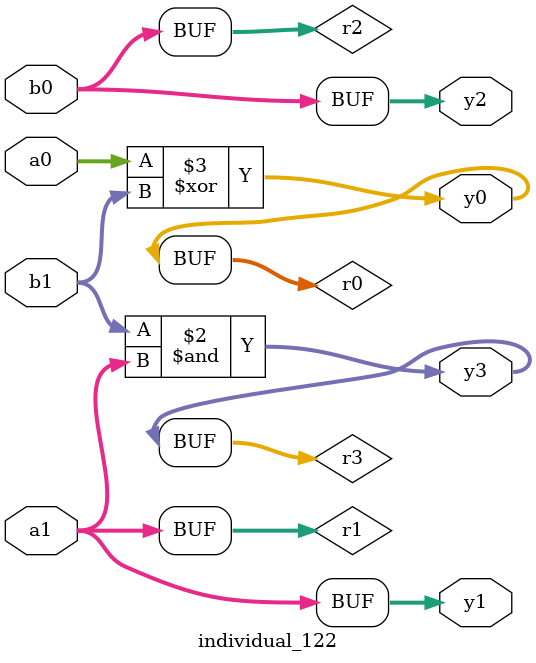
<source format=sv>
module individual_122(input logic [15:0] a1, input logic [15:0] a0, input logic [15:0] b1, input logic [15:0] b0, output logic [15:0] y3, output logic [15:0] y2, output logic [15:0] y1, output logic [15:0] y0);
logic [15:0] r0, r1, r2, r3; 
 always@(*) begin 
	 r0 = a0; r1 = a1; r2 = b0; r3 = b1; 
 	 r3  &=  a1 ;
 	 r0  ^=  b1 ;
 	 y3 = r3; y2 = r2; y1 = r1; y0 = r0; 
end
endmodule
</source>
